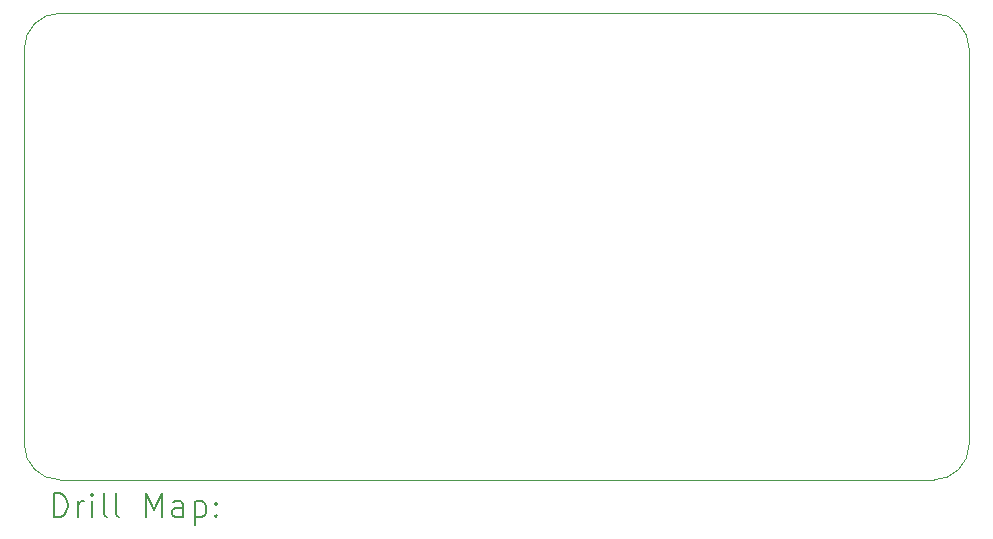
<source format=gbr>
%TF.GenerationSoftware,KiCad,Pcbnew,(6.0.8)*%
%TF.CreationDate,2022-12-14T21:59:01-06:00*%
%TF.ProjectId,Closet Light with timmer,436c6f73-6574-4204-9c69-676874207769,rev?*%
%TF.SameCoordinates,Original*%
%TF.FileFunction,Drillmap*%
%TF.FilePolarity,Positive*%
%FSLAX45Y45*%
G04 Gerber Fmt 4.5, Leading zero omitted, Abs format (unit mm)*
G04 Created by KiCad (PCBNEW (6.0.8)) date 2022-12-14 21:59:01*
%MOMM*%
%LPD*%
G01*
G04 APERTURE LIST*
%ADD10C,0.100000*%
%ADD11C,0.200000*%
G04 APERTURE END LIST*
D10*
X10700000Y-6150000D02*
G75*
G03*
X11000000Y-5850000I0J300000D01*
G01*
X3300000Y-2200000D02*
G75*
G03*
X3000000Y-2500000I0J-300000D01*
G01*
X3000000Y-2500000D02*
X3000000Y-5850000D01*
X10700000Y-6150000D02*
X3300000Y-6150000D01*
X11000000Y-2500000D02*
X11000000Y-5850000D01*
X3000000Y-5850000D02*
G75*
G03*
X3300000Y-6150000I300000J0D01*
G01*
X10700000Y-2200000D02*
X3300000Y-2200000D01*
X11000000Y-2500000D02*
G75*
G03*
X10700000Y-2200000I-300000J0D01*
G01*
D11*
X3252619Y-6465476D02*
X3252619Y-6265476D01*
X3300238Y-6265476D01*
X3328809Y-6275000D01*
X3347857Y-6294048D01*
X3357381Y-6313095D01*
X3366905Y-6351190D01*
X3366905Y-6379762D01*
X3357381Y-6417857D01*
X3347857Y-6436905D01*
X3328809Y-6455952D01*
X3300238Y-6465476D01*
X3252619Y-6465476D01*
X3452619Y-6465476D02*
X3452619Y-6332143D01*
X3452619Y-6370238D02*
X3462143Y-6351190D01*
X3471667Y-6341667D01*
X3490714Y-6332143D01*
X3509762Y-6332143D01*
X3576428Y-6465476D02*
X3576428Y-6332143D01*
X3576428Y-6265476D02*
X3566905Y-6275000D01*
X3576428Y-6284524D01*
X3585952Y-6275000D01*
X3576428Y-6265476D01*
X3576428Y-6284524D01*
X3700238Y-6465476D02*
X3681190Y-6455952D01*
X3671667Y-6436905D01*
X3671667Y-6265476D01*
X3805000Y-6465476D02*
X3785952Y-6455952D01*
X3776428Y-6436905D01*
X3776428Y-6265476D01*
X4033571Y-6465476D02*
X4033571Y-6265476D01*
X4100238Y-6408333D01*
X4166905Y-6265476D01*
X4166905Y-6465476D01*
X4347857Y-6465476D02*
X4347857Y-6360714D01*
X4338333Y-6341667D01*
X4319286Y-6332143D01*
X4281190Y-6332143D01*
X4262143Y-6341667D01*
X4347857Y-6455952D02*
X4328810Y-6465476D01*
X4281190Y-6465476D01*
X4262143Y-6455952D01*
X4252619Y-6436905D01*
X4252619Y-6417857D01*
X4262143Y-6398809D01*
X4281190Y-6389286D01*
X4328810Y-6389286D01*
X4347857Y-6379762D01*
X4443095Y-6332143D02*
X4443095Y-6532143D01*
X4443095Y-6341667D02*
X4462143Y-6332143D01*
X4500238Y-6332143D01*
X4519286Y-6341667D01*
X4528810Y-6351190D01*
X4538333Y-6370238D01*
X4538333Y-6427381D01*
X4528810Y-6446428D01*
X4519286Y-6455952D01*
X4500238Y-6465476D01*
X4462143Y-6465476D01*
X4443095Y-6455952D01*
X4624048Y-6446428D02*
X4633571Y-6455952D01*
X4624048Y-6465476D01*
X4614524Y-6455952D01*
X4624048Y-6446428D01*
X4624048Y-6465476D01*
X4624048Y-6341667D02*
X4633571Y-6351190D01*
X4624048Y-6360714D01*
X4614524Y-6351190D01*
X4624048Y-6341667D01*
X4624048Y-6360714D01*
M02*

</source>
